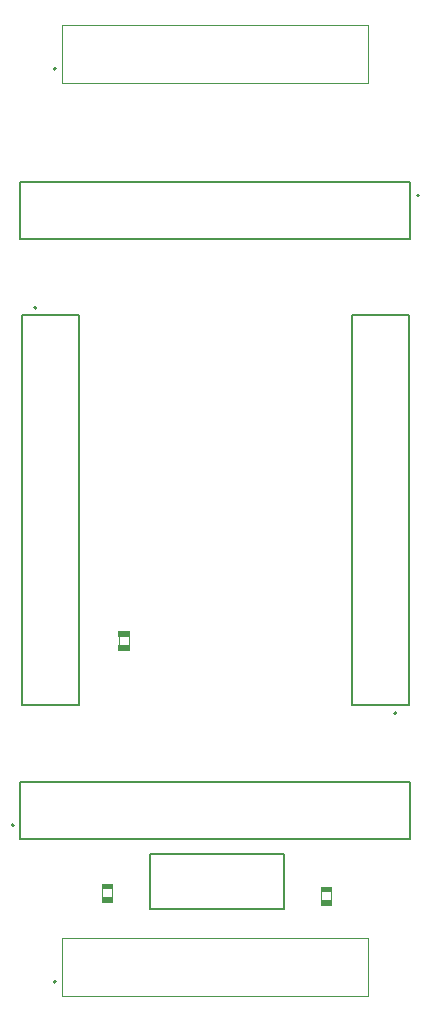
<source format=gbr>
%TF.GenerationSoftware,Altium Limited,Altium Designer,23.4.1 (23)*%
G04 Layer_Color=16711935*
%FSLAX45Y45*%
%MOMM*%
%TF.SameCoordinates,7ABC1050-9991-4EB7-8225-191FA7049C92*%
%TF.FilePolarity,Positive*%
%TF.FileFunction,Other,Mechanical_13*%
%TF.Part,Single*%
G01*
G75*
%TA.AperFunction,NonConductor*%
%ADD23C,0.20000*%
%ADD25C,0.12700*%
%ADD38C,0.10160*%
%ADD39C,0.10000*%
G36*
X924310Y3424710D02*
X829287D01*
Y3474761D01*
X924310D01*
Y3424710D01*
D02*
G37*
G36*
Y3307870D02*
X829213D01*
Y3357812D01*
X924310D01*
Y3307870D01*
D02*
G37*
G36*
X783687Y1290388D02*
X688590D01*
Y1340330D01*
X783687D01*
Y1290388D01*
D02*
G37*
G36*
X2637887Y1264988D02*
X2542790D01*
Y1314930D01*
X2637887D01*
Y1264988D01*
D02*
G37*
G36*
X783613Y1173439D02*
X688590D01*
Y1223490D01*
X783613D01*
Y1173439D01*
D02*
G37*
G36*
X2637813Y1148039D02*
X2542790D01*
Y1198090D01*
X2637813D01*
Y1148039D01*
D02*
G37*
D23*
X-56000Y1833000D02*
G03*
X-56000Y1833000I-10000J0D01*
G01*
X3377000Y7167000D02*
G03*
X3377000Y7167000I-10000J0D01*
G01*
X3183000Y2784000D02*
G03*
X3183000Y2784000I-10000J0D01*
G01*
X137000Y6216000D02*
G03*
X137000Y6216000I-10000J0D01*
G01*
X300500Y508000D02*
G03*
X300500Y508000I-10000J0D01*
G01*
Y8238000D02*
G03*
X300500Y8238000I-10000J0D01*
G01*
D25*
X-1000Y1718500D02*
Y2201500D01*
X3301000D01*
Y1718500D02*
Y2201500D01*
X-1000Y1718500D02*
X3301000D01*
X-1000D02*
Y2201500D01*
X3301000D01*
Y1718500D02*
Y2201500D01*
X0Y6798500D02*
Y7281500D01*
Y6798500D02*
X3302000D01*
Y7281500D01*
X0D02*
X3302000D01*
X0Y6798500D02*
Y7281500D01*
Y6798500D02*
X3302000D01*
Y7281500D01*
X2804500Y2849000D02*
X3287500D01*
X2804500D02*
Y6151000D01*
X3287500D01*
Y2849000D02*
Y6151000D01*
X2804500Y2849000D02*
X3287500D01*
X2804500D02*
Y6151000D01*
X3287500D01*
X12500D02*
X495500D01*
Y2849000D02*
Y6151000D01*
X12500Y2849000D02*
X495500D01*
X12500D02*
Y6151000D01*
X495500D01*
Y2849000D02*
Y6151000D01*
X12500Y2849000D02*
X495500D01*
X1093700Y1123900D02*
X2233700D01*
X1093700Y1593900D02*
X2233700D01*
Y1123900D02*
Y1593900D01*
X1093700Y1123900D02*
Y1593900D01*
D38*
X919500Y3355300D02*
Y3426500D01*
X834400Y3355300D02*
Y3426500D01*
X778500Y1221700D02*
Y1292900D01*
X693400Y1221700D02*
Y1292900D01*
X2632700Y1196300D02*
Y1267500D01*
X2547600Y1196300D02*
Y1267500D01*
D39*
X2946500Y387350D02*
Y882650D01*
X355500D02*
X2946500D01*
X355500Y387350D02*
Y882650D01*
Y387350D02*
X2946500D01*
Y882650D01*
X355500D02*
X2946500D01*
X355500Y387350D02*
Y882650D01*
X2946500Y8117350D02*
Y8612650D01*
X355500D02*
X2946500D01*
X355500Y8117350D02*
Y8612650D01*
Y8117350D02*
X2946500D01*
Y8612650D01*
X355500D02*
X2946500D01*
X355500Y8117350D02*
Y8612650D01*
%TF.MD5,6e241df0b0a9125bf95ff6ce9f51d244*%
M02*

</source>
